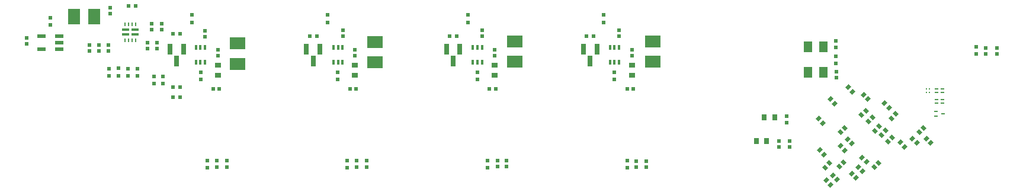
<source format=gbp>
G04*
G04 #@! TF.GenerationSoftware,Altium Limited,Altium Designer,25.8.1 (18)*
G04*
G04 Layer_Color=128*
%FSLAX44Y44*%
%MOMM*%
G71*
G04*
G04 #@! TF.SameCoordinates,C96D2FE9-1FD8-438A-A999-0EA797086850*
G04*
G04*
G04 #@! TF.FilePolarity,Positive*
G04*
G01*
G75*
%ADD19R,0.6000X0.5400*%
%ADD23R,0.5400X0.6000*%
G04:AMPARAMS|DCode=26|XSize=0.54mm|YSize=0.6mm|CornerRadius=0mm|HoleSize=0mm|Usage=FLASHONLY|Rotation=315.000|XOffset=0mm|YOffset=0mm|HoleType=Round|Shape=Rectangle|*
%AMROTATEDRECTD26*
4,1,4,-0.4031,-0.0212,0.0212,0.4031,0.4031,0.0212,-0.0212,-0.4031,-0.4031,-0.0212,0.0*
%
%ADD26ROTATEDRECTD26*%

%ADD28R,0.4750X0.5000*%
%ADD37R,0.5000X0.4750*%
G04:AMPARAMS|DCode=39|XSize=0.565mm|YSize=0.2mm|CornerRadius=0.005mm|HoleSize=0mm|Usage=FLASHONLY|Rotation=180.000|XOffset=0mm|YOffset=0mm|HoleType=Round|Shape=RoundedRectangle|*
%AMROUNDEDRECTD39*
21,1,0.5650,0.1900,0,0,180.0*
21,1,0.5550,0.2000,0,0,180.0*
1,1,0.0100,-0.2775,0.0950*
1,1,0.0100,0.2775,0.0950*
1,1,0.0100,0.2775,-0.0950*
1,1,0.0100,-0.2775,-0.0950*
%
%ADD39ROUNDEDRECTD39*%
%ADD40R,0.2200X0.2300*%
G04:AMPARAMS|DCode=67|XSize=0.54mm|YSize=0.6mm|CornerRadius=0mm|HoleSize=0mm|Usage=FLASHONLY|Rotation=225.000|XOffset=0mm|YOffset=0mm|HoleType=Round|Shape=Rectangle|*
%AMROTATEDRECTD67*
4,1,4,-0.0212,0.4031,0.4031,-0.0212,0.0212,-0.4031,-0.4031,0.0212,-0.0212,0.4031,0.0*
%
%ADD67ROTATEDRECTD67*%

%ADD68R,0.6500X0.9000*%
G04:AMPARAMS|DCode=69|XSize=0.46mm|YSize=0.2mm|CornerRadius=0.025mm|HoleSize=0mm|Usage=FLASHONLY|Rotation=0.000|XOffset=0mm|YOffset=0mm|HoleType=Round|Shape=RoundedRectangle|*
%AMROUNDEDRECTD69*
21,1,0.4600,0.1500,0,0,0.0*
21,1,0.4100,0.2000,0,0,0.0*
1,1,0.0500,0.2050,-0.0750*
1,1,0.0500,-0.2050,-0.0750*
1,1,0.0500,-0.2050,0.0750*
1,1,0.0500,0.2050,0.0750*
%
%ADD69ROUNDEDRECTD69*%
%ADD70R,2.3000X1.8000*%
%ADD71R,1.2500X1.6000*%
%ADD72R,0.3200X0.6600*%
%ADD74R,0.2000X0.6000*%
%ADD75R,1.8000X2.3000*%
%ADD76R,1.2000X0.6000*%
%ADD77R,0.9000X0.6500*%
%ADD78R,1.0500X0.4000*%
%ADD79R,0.6500X1.5500*%
D19*
X1122004Y120651D02*
D03*
X1406712Y218731D02*
D03*
X1422293D02*
D03*
X1191923Y228151D02*
D03*
X901365Y215957D02*
D03*
X1192847Y175872D02*
D03*
X1122004Y112051D02*
D03*
X1125792Y77137D02*
D03*
X1110791Y77137D02*
D03*
X907186Y48131D02*
D03*
X920986Y47917D02*
D03*
X882660Y243528D02*
D03*
X686513Y243503D02*
D03*
X487562Y243527D02*
D03*
X228934Y253047D02*
D03*
X290912Y243083D02*
D03*
X214512Y253047D02*
D03*
X221942Y217406D02*
D03*
X208393Y217297D02*
D03*
X704492Y215758D02*
D03*
X505057Y216082D02*
D03*
X308900Y216171D02*
D03*
X154908Y276097D02*
D03*
X35401Y224401D02*
D03*
X152163Y214322D02*
D03*
X138570Y214434D02*
D03*
X125192Y214016D02*
D03*
X721827Y48813D02*
D03*
X708561Y48824D02*
D03*
X521295Y48568D02*
D03*
X507221D02*
D03*
X307345Y48620D02*
D03*
X321638D02*
D03*
X505057Y207482D02*
D03*
X1406712Y210131D02*
D03*
X1422293D02*
D03*
X208393Y225897D02*
D03*
X221942Y226006D02*
D03*
X214512Y244447D02*
D03*
X228934Y244447D02*
D03*
X907186Y56731D02*
D03*
X920986Y56517D02*
D03*
X125192Y222616D02*
D03*
X154908Y267497D02*
D03*
X138570Y223034D02*
D03*
X152163Y222922D02*
D03*
X708561Y57424D02*
D03*
X721827Y57413D02*
D03*
X704492Y207158D02*
D03*
X686513Y234903D02*
D03*
X901365Y207357D02*
D03*
X882660Y234928D02*
D03*
X35401Y233001D02*
D03*
X487562Y234927D02*
D03*
X308900Y207571D02*
D03*
X290912Y234483D02*
D03*
X507221Y57168D02*
D03*
X521295D02*
D03*
X1192847Y184472D02*
D03*
X307345Y57220D02*
D03*
X321638D02*
D03*
X1191923Y219551D02*
D03*
X1125792Y85737D02*
D03*
X1110791Y85737D02*
D03*
D23*
X894171Y160315D02*
D03*
X697310Y160275D02*
D03*
X497977Y159820D02*
D03*
X302113D02*
D03*
X310713D02*
D03*
X902771Y160315D02*
D03*
X705910Y160275D02*
D03*
X506577Y159820D02*
D03*
D26*
X1237798Y145291D02*
D03*
X1284269Y83414D02*
D03*
X1230666Y42431D02*
D03*
X1235916Y55742D02*
D03*
X1209397Y87813D02*
D03*
X1199054Y78282D02*
D03*
X1231717Y151372D02*
D03*
X1261991Y139327D02*
D03*
X1327525Y82849D02*
D03*
X1307941Y82497D02*
D03*
X1290350Y77333D02*
D03*
X1215478Y81732D02*
D03*
X1229835Y61823D02*
D03*
X1224584Y48512D02*
D03*
X1210253Y162147D02*
D03*
X1214713Y38989D02*
D03*
X1178940Y29299D02*
D03*
X1205135Y72201D02*
D03*
X1169452Y72350D02*
D03*
X1188116Y36643D02*
D03*
X1167332Y117299D02*
D03*
X1184332Y145286D02*
D03*
X1268072Y133246D02*
D03*
X1301860Y88578D02*
D03*
X1321443Y88930D02*
D03*
X1185021Y23217D02*
D03*
X1216334Y156066D02*
D03*
X1220794Y32908D02*
D03*
X1175533Y66269D02*
D03*
X1194197Y30562D02*
D03*
X1173413Y111217D02*
D03*
X1190413Y139205D02*
D03*
D28*
X191393Y278360D02*
D03*
X181153D02*
D03*
X254622Y148161D02*
D03*
X244382D02*
D03*
X254622Y162570D02*
D03*
X244382D02*
D03*
X640163Y235315D02*
D03*
X650403D02*
D03*
X835975Y235329D02*
D03*
X846215D02*
D03*
X439989Y235242D02*
D03*
X450229D02*
D03*
X244434Y238540D02*
D03*
X254674D02*
D03*
D37*
X1392651Y219918D02*
D03*
X893779Y47380D02*
D03*
X69591Y261357D02*
D03*
X875250Y173762D02*
D03*
X679858Y173166D02*
D03*
X480441Y173322D02*
D03*
X694589Y47380D02*
D03*
X493840D02*
D03*
X284337Y173423D02*
D03*
X194252Y178612D02*
D03*
X180586Y178742D02*
D03*
X217619Y167561D02*
D03*
X230162Y167458D02*
D03*
X293653Y47380D02*
D03*
X1392651Y209678D02*
D03*
X217619Y177801D02*
D03*
X230162Y177698D02*
D03*
X893779Y57620D02*
D03*
X194252Y188852D02*
D03*
X180586Y188982D02*
D03*
X153645D02*
D03*
Y178742D02*
D03*
X166921Y189243D02*
D03*
Y179003D02*
D03*
X694589Y57620D02*
D03*
X679858Y183406D02*
D03*
X875250Y184002D02*
D03*
X69591Y251117D02*
D03*
X480441Y183562D02*
D03*
X284337Y183663D02*
D03*
X493840Y57620D02*
D03*
X860643Y265385D02*
D03*
Y255145D02*
D03*
X666431Y265385D02*
D03*
Y255145D02*
D03*
X466017Y265385D02*
D03*
Y255145D02*
D03*
X272065Y265385D02*
D03*
Y255145D02*
D03*
X1192202Y206937D02*
D03*
Y196697D02*
D03*
X293653Y57620D02*
D03*
D39*
X1336405Y160000D02*
D03*
Y155000D02*
D03*
Y145000D02*
D03*
Y140000D02*
D03*
X1344754D02*
D03*
Y145000D02*
D03*
Y155000D02*
D03*
Y160000D02*
D03*
D40*
X1325743Y155000D02*
D03*
X1322043D02*
D03*
X1325743Y160000D02*
D03*
X1322043D02*
D03*
D67*
X1235117Y129005D02*
D03*
X1229035Y122924D02*
D03*
X1244691Y119737D02*
D03*
X1263306Y100281D02*
D03*
X1272451Y90953D02*
D03*
X1247422Y48415D02*
D03*
X1199250Y97864D02*
D03*
X1253503Y54496D02*
D03*
X1317533Y104343D02*
D03*
X1277724Y124091D02*
D03*
X1247744Y100266D02*
D03*
X1266370Y84872D02*
D03*
X1257225Y94200D02*
D03*
X1238610Y113656D02*
D03*
X1205331Y103945D02*
D03*
X1203142Y54984D02*
D03*
X1176914Y47682D02*
D03*
X1253825Y106347D02*
D03*
X1271643Y118010D02*
D03*
X1311452Y98262D02*
D03*
X1197061Y48903D02*
D03*
X1182995Y53763D02*
D03*
D68*
X1104621Y119166D02*
D03*
X1093408Y85777D02*
D03*
X1078907D02*
D03*
X1090121Y119166D02*
D03*
D69*
X1345803Y124571D02*
D03*
X1335403Y121071D02*
D03*
Y128071D02*
D03*
D70*
X930993Y227840D02*
D03*
X733130D02*
D03*
X533416Y227153D02*
D03*
X337172Y224876D02*
D03*
X733130Y198840D02*
D03*
X930993D02*
D03*
X533416Y198153D02*
D03*
X337172Y195876D02*
D03*
D71*
X1174319Y183317D02*
D03*
X1152319Y220317D02*
D03*
Y183317D02*
D03*
X1174319Y220317D02*
D03*
D72*
X680135Y218905D02*
D03*
X875918D02*
D03*
X480759D02*
D03*
X284118Y218905D02*
D03*
X686635Y218905D02*
D03*
X673635D02*
D03*
Y198405D02*
D03*
X680135D02*
D03*
X686635D02*
D03*
X882418Y218905D02*
D03*
X869418D02*
D03*
Y198405D02*
D03*
X875918D02*
D03*
X882418D02*
D03*
X487259Y218905D02*
D03*
X474259D02*
D03*
Y198405D02*
D03*
X480759D02*
D03*
X487259D02*
D03*
X290618Y218905D02*
D03*
X277618D02*
D03*
Y198405D02*
D03*
X284118D02*
D03*
X290618D02*
D03*
D74*
X191121Y252573D02*
D03*
X176121D02*
D03*
X186121D02*
D03*
X181121D02*
D03*
X176121Y229573D02*
D03*
X181121D02*
D03*
X186121D02*
D03*
X191121D02*
D03*
D75*
X102991Y263497D02*
D03*
X131991D02*
D03*
D76*
X81831Y216591D02*
D03*
Y235591D02*
D03*
Y226091D02*
D03*
X56831Y216591D02*
D03*
Y235591D02*
D03*
D77*
X309229Y179566D02*
D03*
X901269Y179643D02*
D03*
Y194143D02*
D03*
X704425Y179566D02*
D03*
Y194066D02*
D03*
X505092Y179566D02*
D03*
Y194066D02*
D03*
X309229Y194066D02*
D03*
D78*
X176871Y244573D02*
D03*
Y237573D02*
D03*
X190371D02*
D03*
Y244573D02*
D03*
D79*
X635750Y216767D02*
D03*
X654949D02*
D03*
X645350Y199767D02*
D03*
X831508Y216767D02*
D03*
X850708D02*
D03*
X841108Y199767D02*
D03*
X435559Y216767D02*
D03*
X454759D02*
D03*
X445159Y199767D02*
D03*
X240500Y216767D02*
D03*
X259700D02*
D03*
X250100Y199767D02*
D03*
M02*

</source>
